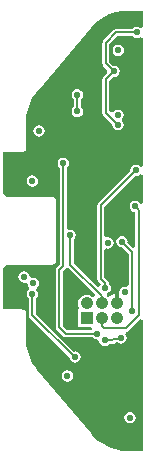
<source format=gbl>
G04*
G04 #@! TF.GenerationSoftware,Altium Limited,Altium Designer,18.0.9 (584)*
G04*
G04 Layer_Physical_Order=4*
G04 Layer_Color=16711680*
%FSLAX44Y44*%
%MOMM*%
G71*
G01*
G75*
%ADD14C,0.2000*%
%ADD37C,1.0500*%
%ADD38R,1.0500X1.0500*%
%ADD39C,0.5500*%
G36*
X109000Y376431D02*
X121431D01*
Y362867D01*
X119431Y361919D01*
X118603Y362472D01*
X116749Y362841D01*
X114896Y362472D01*
X113325Y361423D01*
X113080Y361057D01*
X99248D01*
X98078Y360824D01*
X97085Y360161D01*
X88087Y351163D01*
X87424Y350171D01*
X87191Y349000D01*
X87191Y349000D01*
Y331749D01*
X87191Y331749D01*
X87424Y330578D01*
X88087Y329586D01*
X91439Y326235D01*
Y323764D01*
X88087Y320412D01*
X87424Y319420D01*
X87191Y318249D01*
X87191Y318249D01*
Y289868D01*
X87191Y289868D01*
X87424Y288698D01*
X88087Y287705D01*
X95723Y280070D01*
X95662Y279764D01*
X96031Y277910D01*
X97080Y276339D01*
X98652Y275289D01*
X100505Y274921D01*
X102358Y275289D01*
X103930Y276339D01*
X104979Y277910D01*
X105348Y279764D01*
X104979Y281617D01*
X103930Y283188D01*
X103925Y283192D01*
Y284326D01*
X104974Y285897D01*
X105343Y287750D01*
X104974Y289603D01*
X103925Y291175D01*
X102353Y292224D01*
X100500Y292593D01*
X98647Y292224D01*
X97075Y291175D01*
X96798Y290759D01*
X94776Y290470D01*
X93309Y291772D01*
Y316982D01*
X96568Y320242D01*
X97000Y320156D01*
X98853Y320525D01*
X100424Y321575D01*
X101474Y323146D01*
X101843Y324999D01*
X101474Y326853D01*
X100424Y328424D01*
X98853Y329474D01*
X97000Y329842D01*
X96568Y329756D01*
X93309Y333016D01*
Y347733D01*
X100515Y354939D01*
X113080D01*
X113325Y354574D01*
X114896Y353524D01*
X116749Y353155D01*
X118603Y353524D01*
X119431Y354077D01*
X121431Y353129D01*
Y244897D01*
X119431Y244290D01*
X119175Y244674D01*
X117603Y245724D01*
X115750Y246093D01*
X113897Y245724D01*
X112325Y244674D01*
X111276Y243103D01*
X110907Y241250D01*
X110993Y240819D01*
X83837Y213663D01*
X83174Y212670D01*
X82941Y211500D01*
X82941Y211500D01*
Y149250D01*
X82941Y149250D01*
X83174Y148080D01*
X83837Y147087D01*
X85974Y144950D01*
X85182Y143149D01*
X83068Y142508D01*
X63059Y162517D01*
Y182331D01*
X63425Y182575D01*
X64474Y184147D01*
X64843Y186000D01*
X64474Y187853D01*
X63425Y189425D01*
X61853Y190474D01*
X60000Y190843D01*
X59309Y190706D01*
X57309Y192137D01*
Y243331D01*
X57675Y243575D01*
X58724Y245147D01*
X59093Y247000D01*
X58724Y248853D01*
X57675Y250424D01*
X56103Y251474D01*
X54250Y251843D01*
X52397Y251474D01*
X50826Y250424D01*
X49776Y248853D01*
X49407Y247000D01*
X49776Y245147D01*
X50826Y243575D01*
X51191Y243331D01*
Y161767D01*
X48587Y159163D01*
X47924Y158170D01*
X47691Y157000D01*
X47691Y157000D01*
Y108368D01*
X47691Y108368D01*
X47924Y107198D01*
X48587Y106205D01*
X53955Y100837D01*
X54948Y100174D01*
X56118Y99941D01*
X56118Y99941D01*
X79331D01*
X79576Y99575D01*
X81147Y98526D01*
X83000Y98157D01*
X84570Y96430D01*
X84776Y95397D01*
X85826Y93825D01*
X87397Y92776D01*
X89250Y92407D01*
X91103Y92776D01*
X92675Y93825D01*
X92919Y94191D01*
X95750D01*
X95750Y94191D01*
X96920Y94424D01*
X97913Y95087D01*
X98517Y95691D01*
X99776D01*
X101147Y94776D01*
X103000Y94407D01*
X104853Y94776D01*
X106425Y95825D01*
X107474Y97397D01*
X107843Y99250D01*
X107474Y101103D01*
X106748Y102191D01*
X106842Y102941D01*
X107153Y103719D01*
X107559Y104302D01*
X108170Y104424D01*
X109163Y105087D01*
X119431Y115356D01*
X121431Y114527D01*
Y3569D01*
X109000D01*
X108885Y3546D01*
X103588Y3893D01*
X98269Y4951D01*
X93133Y6694D01*
X88269Y9093D01*
X83759Y12106D01*
X79682Y15682D01*
X77299Y18400D01*
X77262Y18368D01*
X77262Y18368D01*
X32262Y71997D01*
X32299Y72028D01*
X31106Y73388D01*
X28093Y77898D01*
X25694Y82762D01*
X23951Y87898D01*
X22893Y93217D01*
X22546Y98514D01*
X22569Y98629D01*
Y120000D01*
X22297Y121365D01*
X21523Y122523D01*
X20366Y123297D01*
X19000Y123568D01*
X3569D01*
Y158521D01*
X6478Y161431D01*
X44800D01*
X46166Y161703D01*
X47323Y162476D01*
X48097Y163634D01*
X48369Y165000D01*
Y215000D01*
X48097Y216365D01*
X47323Y217523D01*
X46166Y218297D01*
X44800Y218568D01*
X6478D01*
X3569Y221478D01*
Y256431D01*
X19000D01*
X20366Y256703D01*
X21523Y257476D01*
X22297Y258634D01*
X22569Y260000D01*
Y281371D01*
X22546Y281485D01*
X22893Y286782D01*
X23951Y292101D01*
X25694Y297237D01*
X28093Y302101D01*
X31004Y306457D01*
X32299Y307971D01*
X33547Y309534D01*
X77262Y361631D01*
X77299Y361600D01*
X79682Y364317D01*
X83759Y367893D01*
X88269Y370906D01*
X93133Y373305D01*
X98269Y375048D01*
X103588Y376106D01*
X108885Y376454D01*
X109000Y376431D01*
D02*
G37*
G36*
X121431Y237603D02*
Y213494D01*
X119431Y213042D01*
X118675Y214175D01*
X117103Y215224D01*
X115250Y215593D01*
X113397Y215224D01*
X111826Y214175D01*
X110776Y212603D01*
X110407Y210750D01*
X110776Y208897D01*
X111826Y207325D01*
X113397Y206276D01*
X115191Y205919D01*
Y176463D01*
X113191Y175634D01*
X108507Y180319D01*
X108593Y180750D01*
X108224Y182603D01*
X107175Y184175D01*
X105603Y185224D01*
X103750Y185593D01*
X101897Y185224D01*
X100325Y184175D01*
X99276Y182603D01*
X98907Y180750D01*
X99276Y178897D01*
X100325Y177325D01*
X101897Y176276D01*
X103750Y175907D01*
X104181Y175993D01*
X109441Y170733D01*
Y143719D01*
X107441Y142405D01*
X106500Y142592D01*
X104647Y142224D01*
X103075Y141174D01*
X102025Y139602D01*
X101657Y137749D01*
X101000Y137432D01*
Y128570D01*
X98000D01*
Y136693D01*
X97346Y136607D01*
X95339Y135776D01*
X93823Y134612D01*
X92241Y133868D01*
X90923Y134754D01*
X90975Y136783D01*
X91152Y136936D01*
X91603Y137026D01*
X93175Y138075D01*
X94224Y139647D01*
X94593Y141500D01*
X94224Y143353D01*
X93175Y144925D01*
X92809Y145169D01*
Y145500D01*
X92809Y145500D01*
X92576Y146671D01*
X91913Y147663D01*
X91913Y147663D01*
X89059Y150517D01*
Y173780D01*
X91059Y175094D01*
X92000Y174907D01*
X93853Y175276D01*
X95424Y176325D01*
X96474Y177897D01*
X96843Y179750D01*
X96474Y181603D01*
X95424Y183175D01*
X93853Y184224D01*
X92000Y184593D01*
X91059Y184406D01*
X89059Y185720D01*
Y210233D01*
X115318Y236493D01*
X115750Y236407D01*
X117603Y236776D01*
X119175Y237825D01*
X119431Y238210D01*
X121431Y237603D01*
D02*
G37*
G36*
X58726Y158199D02*
X81184Y135740D01*
X80812Y134767D01*
X78555Y134290D01*
X77756Y134902D01*
X75993Y135633D01*
X74100Y135882D01*
X72207Y135633D01*
X70444Y134902D01*
X68929Y133740D01*
X67767Y132226D01*
X67037Y130462D01*
X66787Y128570D01*
X67037Y126677D01*
X67682Y125120D01*
X67579Y124839D01*
X66850Y123120D01*
X66850Y123120D01*
X66850Y123120D01*
Y108620D01*
X77391D01*
X78378Y106620D01*
X77948Y106059D01*
X57385D01*
X53809Y109635D01*
Y155733D01*
X56125Y158049D01*
X56583Y158327D01*
X58726Y158199D01*
D02*
G37*
%LPC*%
G36*
X100750Y347593D02*
X98897Y347224D01*
X97325Y346175D01*
X96276Y344603D01*
X95907Y342750D01*
X96276Y340897D01*
X97325Y339325D01*
X98897Y338276D01*
X100750Y337907D01*
X102603Y338276D01*
X104174Y339325D01*
X105224Y340897D01*
X105593Y342750D01*
X105224Y344603D01*
X104174Y346175D01*
X102603Y347224D01*
X100750Y347593D01*
D02*
G37*
G36*
X66000Y310092D02*
X64146Y309724D01*
X62575Y308674D01*
X61525Y307103D01*
X61157Y305249D01*
X61525Y303396D01*
X62575Y301825D01*
X62941Y301580D01*
Y294669D01*
X62575Y294425D01*
X61526Y292853D01*
X61157Y291000D01*
X61526Y289147D01*
X62575Y287575D01*
X64147Y286526D01*
X66000Y286157D01*
X67853Y286526D01*
X69425Y287575D01*
X70474Y289147D01*
X70843Y291000D01*
X70474Y292853D01*
X69425Y294425D01*
X69059Y294669D01*
Y301580D01*
X69424Y301825D01*
X70474Y303396D01*
X70843Y305249D01*
X70474Y307103D01*
X69424Y308674D01*
X67853Y309724D01*
X66000Y310092D01*
D02*
G37*
G36*
X33500Y279343D02*
X31647Y278974D01*
X30076Y277925D01*
X29026Y276353D01*
X28657Y274500D01*
X29026Y272647D01*
X30076Y271075D01*
X31647Y270026D01*
X33500Y269657D01*
X35353Y270026D01*
X36925Y271075D01*
X37974Y272647D01*
X38343Y274500D01*
X37974Y276353D01*
X36925Y277925D01*
X35353Y278974D01*
X33500Y279343D01*
D02*
G37*
G36*
X28000Y237093D02*
X26147Y236724D01*
X24575Y235675D01*
X23526Y234103D01*
X23157Y232250D01*
X23526Y230397D01*
X24575Y228825D01*
X26147Y227776D01*
X28000Y227407D01*
X29853Y227776D01*
X31425Y228825D01*
X32474Y230397D01*
X32843Y232250D01*
X32474Y234103D01*
X31425Y235675D01*
X29853Y236724D01*
X28000Y237093D01*
D02*
G37*
G36*
X21001Y155850D02*
X19148Y155482D01*
X17577Y154432D01*
X16527Y152861D01*
X16158Y151007D01*
X16527Y149154D01*
X17577Y147583D01*
X19148Y146533D01*
X21001Y146164D01*
X22041Y146371D01*
X23442Y145717D01*
X24024Y144909D01*
X24276Y143647D01*
X25326Y142076D01*
X24756Y140051D01*
X24577Y139931D01*
X23527Y138360D01*
X23158Y136507D01*
X23527Y134653D01*
X24577Y133082D01*
X24943Y132838D01*
Y118499D01*
X24943Y118499D01*
X25175Y117328D01*
X25838Y116336D01*
X59162Y83013D01*
X59160Y83004D01*
X59529Y81151D01*
X60579Y79580D01*
X62150Y78530D01*
X64003Y78161D01*
X65856Y78530D01*
X67428Y79580D01*
X68478Y81151D01*
X68846Y83004D01*
X68478Y84857D01*
X67428Y86429D01*
X65856Y87478D01*
X64003Y87847D01*
X63149Y87677D01*
X31060Y119766D01*
Y132838D01*
X31426Y133082D01*
X32476Y134653D01*
X32844Y136507D01*
X32476Y138360D01*
X31426Y139931D01*
X31996Y141956D01*
X32175Y142075D01*
X33224Y143647D01*
X33593Y145500D01*
X33224Y147353D01*
X32175Y148925D01*
X30603Y149974D01*
X28750Y150343D01*
X27710Y150136D01*
X26309Y150791D01*
X25727Y151598D01*
X25475Y152861D01*
X24426Y154432D01*
X22854Y155482D01*
X21001Y155850D01*
D02*
G37*
G36*
X57750Y71843D02*
X55897Y71474D01*
X54325Y70424D01*
X53276Y68853D01*
X52907Y67000D01*
X53276Y65147D01*
X54325Y63575D01*
X55897Y62526D01*
X57750Y62157D01*
X59603Y62526D01*
X61175Y63575D01*
X62224Y65147D01*
X62593Y67000D01*
X62224Y68853D01*
X61175Y70424D01*
X59603Y71474D01*
X57750Y71843D01*
D02*
G37*
G36*
X110750Y36592D02*
X108896Y36224D01*
X107325Y35174D01*
X106275Y33602D01*
X105907Y31749D01*
X106275Y29896D01*
X107325Y28325D01*
X108896Y27275D01*
X110750Y26906D01*
X112603Y27275D01*
X114174Y28325D01*
X115224Y29896D01*
X115593Y31749D01*
X115224Y33602D01*
X114174Y35174D01*
X112603Y36224D01*
X110750Y36592D01*
D02*
G37*
%LPD*%
D14*
X97250Y98750D02*
X103000D01*
X54250Y160500D02*
Y247000D01*
X50750Y157000D02*
X54250Y160500D01*
X50750Y108368D02*
Y157000D01*
X86800Y128570D02*
Y134450D01*
X60000Y161250D02*
X86800Y134450D01*
X60000Y161250D02*
Y186000D01*
X112500Y122000D02*
Y172000D01*
X103750Y180750D02*
X112500Y172000D01*
X90250Y349000D02*
X99248Y357998D01*
X90250Y331749D02*
Y349000D01*
Y331749D02*
X97000Y324999D01*
X99248Y357998D02*
X116749D01*
X95750Y97250D02*
X97250Y98750D01*
X89250Y97250D02*
X95750D01*
X107000Y107250D02*
X118250Y118500D01*
X88920Y107250D02*
X107000D01*
X86800Y109370D02*
X88920Y107250D01*
X118250Y118500D02*
Y207250D01*
X63746Y82754D02*
X63996Y83004D01*
X64003D01*
X28001Y118499D02*
X63746Y82754D01*
X28001Y118499D02*
Y136507D01*
X56118Y103000D02*
X83000D01*
X50750Y108368D02*
X56118Y103000D01*
X86000Y149250D02*
X89750Y145500D01*
Y141500D02*
Y145500D01*
X86000Y149250D02*
Y211500D01*
X115250Y210250D02*
X118250Y207250D01*
X86000Y211500D02*
X115750Y241250D01*
X103000Y98750D02*
Y99250D01*
X66000Y291000D02*
Y305249D01*
Y291000D02*
X66000Y291000D01*
X90250Y318249D02*
X97000Y324999D01*
X90250Y289868D02*
Y318249D01*
Y289868D02*
X100355Y279764D01*
X100505D01*
X114966Y210212D02*
X115250Y210496D01*
Y210250D02*
Y210496D01*
Y210750D01*
X86800Y115870D02*
Y118370D01*
Y109370D02*
Y115870D01*
D37*
X74100Y128570D02*
D03*
X86800D02*
D03*
X99500D02*
D03*
X86800Y115870D02*
D03*
X99500D02*
D03*
D38*
X74100D02*
D03*
D39*
X90250Y83250D02*
D03*
X103750Y180750D02*
D03*
X64003Y83004D02*
D03*
X56500Y110750D02*
D03*
X89750Y141500D02*
D03*
X106500Y137749D02*
D03*
X112500Y122000D02*
D03*
X54250Y247000D02*
D03*
X60000Y186000D02*
D03*
X80250Y151500D02*
D03*
X72750Y51250D02*
D03*
X83250Y330999D02*
D03*
X57750Y67000D02*
D03*
X89250Y97250D02*
D03*
X83000Y103000D02*
D03*
X103000Y99250D02*
D03*
X110750Y31749D02*
D03*
X103000Y67499D02*
D03*
X116749Y357998D02*
D03*
X100750Y342750D02*
D03*
X66000Y305249D02*
D03*
X116500Y350249D02*
D03*
X97000Y324999D02*
D03*
X103250Y89500D02*
D03*
X100500Y287750D02*
D03*
X100505Y279764D02*
D03*
X33500Y274500D02*
D03*
X86997Y361897D02*
D03*
X97755Y317265D02*
D03*
X51500Y320749D02*
D03*
X82500Y271750D02*
D03*
X18130Y231802D02*
D03*
X30800Y105000D02*
D03*
X115750Y241250D02*
D03*
X115250Y210750D02*
D03*
X66000Y291000D02*
D03*
X102250Y217250D02*
D03*
X73500Y230750D02*
D03*
X92000Y237000D02*
D03*
X87000Y18750D02*
D03*
X115750Y9750D02*
D03*
X34000Y82750D02*
D03*
X36250Y297250D02*
D03*
X62250Y44250D02*
D03*
X28000Y232250D02*
D03*
X116750Y316250D02*
D03*
X28750Y145500D02*
D03*
X27000Y156250D02*
D03*
X21001Y151007D02*
D03*
X28001Y136507D02*
D03*
X19750Y135500D02*
D03*
X92000Y179750D02*
D03*
M02*

</source>
